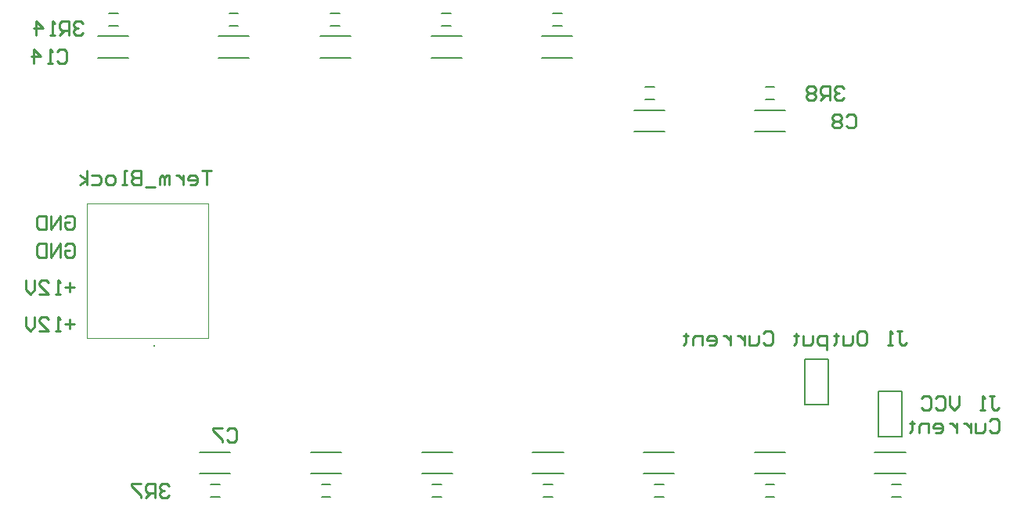
<source format=gbo>
G04*
G04 #@! TF.GenerationSoftware,Altium Limited,Altium Designer,20.2.6 (244)*
G04*
G04 Layer_Color=32896*
%FSLAX25Y25*%
%MOIN*%
G70*
G04*
G04 #@! TF.SameCoordinates,497CC9B7-7792-49EA-9D7E-492ABDADDE37*
G04*
G04*
G04 #@! TF.FilePolarity,Positive*
G04*
G01*
G75*
%ADD10C,0.00787*%
%ADD11C,0.00394*%
%ADD12C,0.01000*%
%ADD39C,0.00787*%
D10*
X495000Y188347D02*
Y200413D01*
Y195413D02*
Y207638D01*
X505000D01*
Y188347D02*
Y207638D01*
X495000Y188347D02*
X505000D01*
X463504Y201969D02*
Y214035D01*
Y209035D02*
Y221260D01*
X473504D01*
Y201969D02*
Y221260D01*
X463504Y201969D02*
X473504D01*
X167323Y363484D02*
X171260D01*
X167323Y368799D02*
X171260D01*
X162783Y349693D02*
X175800D01*
X162783Y358969D02*
X175800D01*
X446850Y331988D02*
X450787D01*
X446850Y337303D02*
X450787D01*
X500689Y162697D02*
X504626D01*
X500689Y168012D02*
X504626D01*
X493492Y181804D02*
X506508D01*
X493492Y172527D02*
X506508D01*
X210630Y168012D02*
X214567D01*
X210630Y162697D02*
X214567D01*
X206090Y172527D02*
X219107D01*
X206090Y181804D02*
X219107D01*
X213964Y358969D02*
X226981D01*
X213964Y349693D02*
X226981D01*
X218504Y368799D02*
X222441D01*
X218504Y363484D02*
X222441D01*
X257271Y358969D02*
X270288D01*
X257271Y349693D02*
X270288D01*
X261811Y368799D02*
X265748D01*
X261811Y363484D02*
X265748D01*
X304515Y358969D02*
X317532D01*
X304515Y349693D02*
X317532D01*
X309055Y368799D02*
X312992D01*
X309055Y363484D02*
X312992D01*
X351760Y358969D02*
X364776D01*
X351760Y349693D02*
X364776D01*
X356299Y368799D02*
X360236D01*
X356299Y363484D02*
X360236D01*
X391129Y327473D02*
X404146D01*
X391129Y318197D02*
X404146D01*
X395669Y337303D02*
X399606D01*
X395669Y331988D02*
X399606D01*
X442311Y327473D02*
X455327D01*
X442311Y318197D02*
X455327D01*
X446850Y162697D02*
X450787D01*
X446850Y168012D02*
X450787D01*
X442311Y181804D02*
X455327D01*
X442311Y172527D02*
X455327D01*
X399606Y162697D02*
X403543D01*
X399606Y168012D02*
X403543D01*
X395066Y181804D02*
X408083D01*
X395066Y172527D02*
X408083D01*
X352362Y162697D02*
X356299D01*
X352362Y168012D02*
X356299D01*
X347822Y181804D02*
X360839D01*
X347822Y172527D02*
X360839D01*
X305118Y162697D02*
X309055D01*
X305118Y168012D02*
X309055D01*
X300578Y181804D02*
X313595D01*
X300578Y172527D02*
X313595D01*
X257874Y162697D02*
X261811D01*
X257874Y168012D02*
X261811D01*
X253334Y181804D02*
X266351D01*
X253334Y172527D02*
X266351D01*
D11*
X157979Y230502D02*
X209594D01*
X157979D02*
Y287589D01*
X209594D01*
Y230502D02*
Y287589D01*
D12*
X542245Y205572D02*
X544245D01*
X543245D01*
Y200574D01*
X544245Y199574D01*
X545244D01*
X546244Y200574D01*
X540246Y199574D02*
X538247D01*
X539246D01*
Y205572D01*
X540246Y204572D01*
X529250Y205572D02*
Y201573D01*
X527250Y199574D01*
X525251Y201573D01*
Y205572D01*
X519253Y204572D02*
X520253Y205572D01*
X522252D01*
X523251Y204572D01*
Y200574D01*
X522252Y199574D01*
X520253D01*
X519253Y200574D01*
X513255Y204572D02*
X514254Y205572D01*
X516254D01*
X517253Y204572D01*
Y200574D01*
X516254Y199574D01*
X514254D01*
X513255Y200574D01*
X542245Y194975D02*
X543245Y195974D01*
X545244D01*
X546244Y194975D01*
Y190976D01*
X545244Y189976D01*
X543245D01*
X542245Y190976D01*
X540246Y193975D02*
Y190976D01*
X539246Y189976D01*
X536247D01*
Y193975D01*
X534248D02*
Y189976D01*
Y191976D01*
X533248Y192975D01*
X532249Y193975D01*
X531249D01*
X528250D02*
Y189976D01*
Y191976D01*
X527250Y192975D01*
X526251Y193975D01*
X525251D01*
X519253Y189976D02*
X521252D01*
X522252Y190976D01*
Y192975D01*
X521252Y193975D01*
X519253D01*
X518253Y192975D01*
Y191976D01*
X522252D01*
X516254Y189976D02*
Y193975D01*
X513255D01*
X512255Y192975D01*
Y189976D01*
X509256Y194975D02*
Y193975D01*
X510256D01*
X508256D01*
X509256D01*
Y190976D01*
X508256Y189976D01*
X148608Y281510D02*
X149592Y282494D01*
X151559D01*
X152543Y281510D01*
Y277574D01*
X151559Y276590D01*
X149592D01*
X148608Y277574D01*
Y279542D01*
X150575D01*
X146640Y276590D02*
Y282494D01*
X142704Y276590D01*
Y282494D01*
X140736D02*
Y276590D01*
X137784D01*
X136800Y277574D01*
Y281510D01*
X137784Y282494D01*
X140736D01*
X152543Y236235D02*
X148608D01*
X150575Y238203D02*
Y234267D01*
X146640Y233283D02*
X144672D01*
X145656D01*
Y239187D01*
X146640Y238203D01*
X137784Y233283D02*
X141720D01*
X137784Y237219D01*
Y238203D01*
X138768Y239187D01*
X140736D01*
X141720Y238203D01*
X135816Y239187D02*
Y235251D01*
X133849Y233283D01*
X131881Y235251D01*
Y239187D01*
X502875Y233407D02*
X504875D01*
X503875D01*
Y228409D01*
X504875Y227409D01*
X505874D01*
X506874Y228409D01*
X500876Y227409D02*
X498877D01*
X499876D01*
Y233407D01*
X500876Y232407D01*
X486880Y233407D02*
X488880D01*
X489880Y232407D01*
Y228409D01*
X488880Y227409D01*
X486880D01*
X485881Y228409D01*
Y232407D01*
X486880Y233407D01*
X483882Y231407D02*
Y228409D01*
X482882Y227409D01*
X479883D01*
Y231407D01*
X476884Y232407D02*
Y231407D01*
X477883D01*
X475884D01*
X476884D01*
Y228409D01*
X475884Y227409D01*
X472885Y225410D02*
Y231407D01*
X469886D01*
X468886Y230408D01*
Y228409D01*
X469886Y227409D01*
X472885D01*
X466887Y231407D02*
Y228409D01*
X465887Y227409D01*
X462888D01*
Y231407D01*
X459889Y232407D02*
Y231407D01*
X460889D01*
X458889D01*
X459889D01*
Y228409D01*
X458889Y227409D01*
X445894Y232407D02*
X446893Y233407D01*
X448893D01*
X449893Y232407D01*
Y228409D01*
X448893Y227409D01*
X446893D01*
X445894Y228409D01*
X443894Y231407D02*
Y228409D01*
X442895Y227409D01*
X439896D01*
Y231407D01*
X437896D02*
Y227409D01*
Y229408D01*
X436897Y230408D01*
X435897Y231407D01*
X434897D01*
X431898D02*
Y227409D01*
Y229408D01*
X430899Y230408D01*
X429899Y231407D01*
X428899D01*
X422901Y227409D02*
X424900D01*
X425900Y228409D01*
Y230408D01*
X424900Y231407D01*
X422901D01*
X421902Y230408D01*
Y229408D01*
X425900D01*
X419902Y227409D02*
Y231407D01*
X416903D01*
X415903Y230408D01*
Y227409D01*
X412904Y232407D02*
Y231407D01*
X413904D01*
X411905D01*
X412904D01*
Y228409D01*
X411905Y227409D01*
X148608Y269699D02*
X149592Y270683D01*
X151559D01*
X152543Y269699D01*
Y265763D01*
X151559Y264779D01*
X149592D01*
X148608Y265763D01*
Y267731D01*
X150575D01*
X146640Y264779D02*
Y270683D01*
X142704Y264779D01*
Y270683D01*
X140736D02*
Y264779D01*
X137784D01*
X136800Y265763D01*
Y269699D01*
X137784Y270683D01*
X140736D01*
X152543Y251983D02*
X148608D01*
X150575Y253951D02*
Y250015D01*
X146640Y249031D02*
X144672D01*
X145656D01*
Y254935D01*
X146640Y253951D01*
X137784Y249031D02*
X141720D01*
X137784Y252967D01*
Y253951D01*
X138768Y254935D01*
X140736D01*
X141720Y253951D01*
X135816Y254935D02*
Y250999D01*
X133849Y249031D01*
X131881Y250999D01*
Y254935D01*
X210900Y301598D02*
X206901D01*
X208901D01*
Y295600D01*
X201903D02*
X203902D01*
X204902Y296600D01*
Y298599D01*
X203902Y299599D01*
X201903D01*
X200903Y298599D01*
Y297599D01*
X204902D01*
X198904Y299599D02*
Y295600D01*
Y297599D01*
X197904Y298599D01*
X196905Y299599D01*
X195905D01*
X192906Y295600D02*
Y299599D01*
X191906D01*
X190907Y298599D01*
Y295600D01*
Y298599D01*
X189907Y299599D01*
X188907Y298599D01*
Y295600D01*
X186908Y294600D02*
X182909D01*
X180910Y301598D02*
Y295600D01*
X177911D01*
X176911Y296600D01*
Y297599D01*
X177911Y298599D01*
X180910D01*
X177911D01*
X176911Y299599D01*
Y300598D01*
X177911Y301598D01*
X180910D01*
X174912Y295600D02*
X172912D01*
X173912D01*
Y301598D01*
X174912D01*
X168914Y295600D02*
X166914D01*
X165915Y296600D01*
Y298599D01*
X166914Y299599D01*
X168914D01*
X169913Y298599D01*
Y296600D01*
X168914Y295600D01*
X159916Y299599D02*
X162916D01*
X163915Y298599D01*
Y296600D01*
X162916Y295600D01*
X159916D01*
X157917D02*
Y301598D01*
Y297599D02*
X154918Y299599D01*
X157917Y297599D02*
X154918Y295600D01*
X217535Y190976D02*
X218535Y191975D01*
X220534D01*
X221534Y190976D01*
Y186977D01*
X220534Y185977D01*
X218535D01*
X217535Y186977D01*
X215536Y191975D02*
X211537D01*
Y190976D01*
X215536Y186977D01*
Y185977D01*
X145231Y352393D02*
X146231Y353393D01*
X148230D01*
X149230Y352393D01*
Y348394D01*
X148230Y347395D01*
X146231D01*
X145231Y348394D01*
X143232Y347395D02*
X141232D01*
X142232D01*
Y353393D01*
X143232Y352393D01*
X135234Y347395D02*
Y353393D01*
X138233Y350394D01*
X134235D01*
X481315Y324834D02*
X482314Y325834D01*
X484314D01*
X485313Y324834D01*
Y320835D01*
X484314Y319836D01*
X482314D01*
X481315Y320835D01*
X479315Y324834D02*
X478316Y325834D01*
X476316D01*
X475317Y324834D01*
Y323834D01*
X476316Y322835D01*
X475317Y321835D01*
Y320835D01*
X476316Y319836D01*
X478316D01*
X479315Y320835D01*
Y321835D01*
X478316Y322835D01*
X479315Y323834D01*
Y324834D01*
X478316Y322835D02*
X476316D01*
X193037Y167354D02*
X192037Y168353D01*
X190038D01*
X189038Y167354D01*
Y166354D01*
X190038Y165354D01*
X191037D01*
X190038D01*
X189038Y164355D01*
Y163355D01*
X190038Y162355D01*
X192037D01*
X193037Y163355D01*
X187039Y162355D02*
Y168353D01*
X184040D01*
X183040Y167354D01*
Y165354D01*
X184040Y164355D01*
X187039D01*
X185039D02*
X183040Y162355D01*
X181041Y168353D02*
X177042D01*
Y167354D01*
X181041Y163355D01*
Y162355D01*
X156166Y364204D02*
X155166Y365204D01*
X153167D01*
X152167Y364204D01*
Y363204D01*
X153167Y362205D01*
X154166D01*
X153167D01*
X152167Y361205D01*
Y360205D01*
X153167Y359206D01*
X155166D01*
X156166Y360205D01*
X150168Y359206D02*
Y365204D01*
X147169D01*
X146169Y364204D01*
Y362205D01*
X147169Y361205D01*
X150168D01*
X148169D02*
X146169Y359206D01*
X144170D02*
X142170D01*
X143170D01*
Y365204D01*
X144170Y364204D01*
X136172Y359206D02*
Y365204D01*
X139171Y362205D01*
X135173D01*
X480438Y336645D02*
X479439Y337645D01*
X477439D01*
X476440Y336645D01*
Y335645D01*
X477439Y334646D01*
X478439D01*
X477439D01*
X476440Y333646D01*
Y332646D01*
X477439Y331647D01*
X479439D01*
X480438Y332646D01*
X474440Y331647D02*
Y337645D01*
X471441D01*
X470442Y336645D01*
Y334646D01*
X471441Y333646D01*
X474440D01*
X472441D02*
X470442Y331647D01*
X468442Y336645D02*
X467443Y337645D01*
X465443D01*
X464443Y336645D01*
Y335645D01*
X465443Y334646D01*
X464443Y333646D01*
Y332646D01*
X465443Y331647D01*
X467443D01*
X468442Y332646D01*
Y333646D01*
X467443Y334646D01*
X468442Y335645D01*
Y336645D01*
X467443Y334646D02*
X465443D01*
D39*
X186739Y227155D02*
D03*
M02*

</source>
